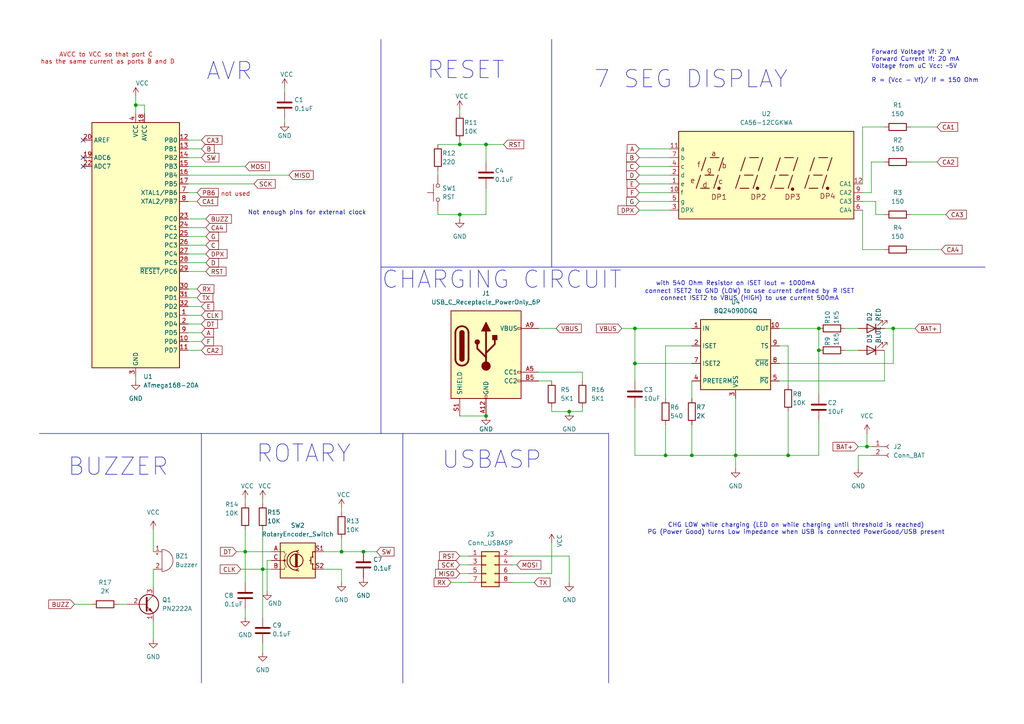
<source format=kicad_sch>
(kicad_sch (version 20250114) (generator "eeschema") (generator_version "9.0")
  (paper "A4")
  (title_block (title "Pizza clock") (date "2025-01-25") (rev "v3") (comment 4 "Author: Lucas Canete"))
  (lib_symbols
    (symbol "Battery_Management:BQ24090DGQ"
      (property "Reference" "U" (at -9.398 13.462 0))
      (property "Value" "BQ24090DGQ" (at -3.81 11.43 0))
      (symbol "BQ24090DGQ_1_1"
        (pin power_in line (at -12.7 7.62 0) (length 2.54) (name "IN") (number "1"))
        (pin passive line (at -12.7 2.54 0) (length 2.54) (name "ISET") (number "2"))
        (pin passive line (at -12.7 -2.54 0) (length 2.54) (name "ISET2") (number "7"))
        (pin passive line (at -12.7 -7.62 0) (length 2.54) (name "PRETERM") (number "4"))
        (pin passive line (at 0 -12.7 90) (length 2.54) (hide yes) (name "VSS") (number "11"))
        (pin power_in line (at 0 -12.7 90) (length 2.54) (name "VSS") (number "3"))
        (pin no_connect line (at 5.08 -10.16 90) (length 2.54) (hide yes) (name "NC") (number "6"))
        (pin power_out line (at 12.7 7.62 180) (length 2.54) (name "OUT") (number "10"))
        (pin passive line (at 12.7 2.54 180) (length 2.54) (name "TS") (number "9"))
        (pin open_collector line (at 12.7 -2.54 180) (length 2.54) (name "~{CHG}") (number "8"))
        (pin open_collector line (at 12.7 -7.62 180) (length 2.54) (name "~{PG}") (number "5"))
      )
    )
    (symbol "Connector:Conn_01x02_Socket" (pin_names (offset 1.016) (hide yes))
      (property "Reference" "J" (at 0 2.54 0))
      (property "Value" "Conn_01x02_Socket" (at 0 -5.08 0))
      (symbol "Conn_01x02_Socket_1_1"
        (pin passive line (at -5.08 0 0) (length 3.81) (name "Pin_1") (number "1"))
        (pin passive line (at -5.08 -2.54 0) (length 3.81) (name "Pin_2") (number "2"))
      )
    )
    (symbol "Connector:USB_C_Receptacle_PowerOnly_6P" (pin_names (offset 1.016))
      (property "Reference" "J" (at 0 16.51 0))
      (property "Value" "USB_C_Receptacle_PowerOnly_6P" (at 0 13.97 0))
      (symbol "USB_C_Receptacle_PowerOnly_6P_1_1"
        (pin passive line (at -7.62 -17.78 90) (length 5.08) (name "SHIELD") (number "S1"))
        (pin passive line (at 0 -17.78 90) (length 5.08) (name "GND") (number "A12"))
        (pin passive line (at 0 -17.78 90) (length 5.08) (hide yes) (name "GND") (number "B12"))
        (pin passive line (at 15.24 7.62 180) (length 5.08) (name "VBUS") (number "A9"))
        (pin passive line (at 15.24 7.62 180) (length 5.08) (hide yes) (name "VBUS") (number "B9"))
        (pin bidirectional line (at 15.24 -5.08 180) (length 5.08) (name "CC1") (number "A5"))
        (pin bidirectional line (at 15.24 -7.62 180) (length 5.08) (name "CC2") (number "B5"))
      )
    )
    (symbol "Connector_Generic:Conn_02x04_Odd_Even" (pin_names (offset 1.016) (hide yes))
      (property "Reference" "J" (at 1.27 5.08 0))
      (property "Value" "Conn_02x04_Odd_Even" (at 1.27 -7.62 0))
      (symbol "Conn_02x04_Odd_Even_1_1"
        (pin passive line (at -5.08 2.54 0) (length 3.81) (name "Pin_1") (number "1"))
        (pin passive line (at -5.08 0 0) (length 3.81) (name "Pin_3") (number "3"))
        (pin passive line (at -5.08 -2.54 0) (length 3.81) (name "Pin_5") (number "5"))
        (pin passive line (at -5.08 -5.08 0) (length 3.81) (name "Pin_7") (number "7"))
        (pin passive line (at 7.62 2.54 180) (length 3.81) (name "Pin_2") (number "2"))
        (pin passive line (at 7.62 0 180) (length 3.81) (name "Pin_4") (number "4"))
        (pin passive line (at 7.62 -2.54 180) (length 3.81) (name "Pin_6") (number "6"))
        (pin passive line (at 7.62 -5.08 180) (length 3.81) (name "Pin_8") (number "8"))
      )
    )
    (symbol "Device:Buzzer" (pin_names (offset 0.0254) (hide yes))
      (property "Reference" "BZ" (at 3.81 1.27 0))
      (property "Value" "Buzzer" (at 3.81 -1.27 0))
      (symbol "Buzzer_1_1"
        (pin passive line (at -2.54 2.54 0) (length 2.54) (name "-") (number "1"))
        (pin passive line (at -2.54 -2.54 0) (length 2.54) (name "+") (number "2"))
      )
    )
    (symbol "Device:C" (pin_numbers (hide yes)) (pin_names (offset 0.254))
      (property "Reference" "C" (at 0.635 2.54 0))
      (property "Value" "C" (at 0.635 -2.54 0))
      (symbol "C_1_1"
        (pin passive line (at 0 3.81 270) (length 2.794) (name "~") (number "1"))
        (pin passive line (at 0 -3.81 90) (length 2.794) (name "~") (number "2"))
      )
    )
    (symbol "Device:LED" (pin_numbers (hide yes)) (pin_names (offset 1.016) (hide yes))
      (property "Reference" "D" (at 0 2.54 0))
      (property "Value" "LED" (at 0 -2.54 0))
      (symbol "LED_1_1"
        (pin passive line (at -3.81 0 0) (length 2.54) (name "K") (number "1"))
        (pin passive line (at 3.81 0 180) (length 2.54) (name "A") (number "2"))
      )
    )
    (symbol "Device:R" (pin_numbers (hide yes)) (pin_names (offset 0))
      (property "Reference" "R" (at 2.032 0 90))
      (property "Value" "R" (at 0 0 90))
      (symbol "R_1_1"
        (pin passive line (at 0 3.81 270) (length 1.27) (name "~") (number "1"))
        (pin passive line (at 0 -3.81 90) (length 1.27) (name "~") (number "2"))
      )
    )
    (symbol "Device:RotaryEncoder_Switch" (pin_names (offset 0.254) (hide yes))
      (property "Reference" "SW" (at 0 6.604 0))
      (property "Value" "RotaryEncoder_Switch" (at 0 -6.604 0))
      (symbol "RotaryEncoder_Switch_1_1"
        (pin passive line (at -7.62 2.54 0) (length 2.54) (name "A") (number "A"))
        (pin passive line (at -7.62 0 0) (length 2.54) (name "C") (number "C"))
        (pin passive line (at -7.62 -2.54 0) (length 2.54) (name "B") (number "B"))
        (pin passive line (at 7.62 2.54 180) (length 2.54) (name "S1") (number "S1"))
        (pin passive line (at 7.62 -2.54 180) (length 2.54) (name "S2") (number "S2"))
      )
    )
    (symbol "Display_Character:CA56-12CGKWA"
      (property "Reference" "U" (at -24.13 13.97 0))
      (property "Value" "CA56-12CGKWA" (at 17.78 13.97 0))
      (symbol "CA56-12CGKWA_0_0"
        (text "e" (at -21.336 -1.524 0) (effects (font (size 1.524 1.524))))
        (text "f" (at -19.558 3.048 0) (effects (font (size 1.524 1.524))))
        (text "d" (at -17.78 -2.794 0) (effects (font (size 1.524 1.524))))
        (text "g" (at -16.51 1.524 0) (effects (font (size 1.524 1.524))))
        (text "a" (at -15.24 6.35 0) (effects (font (size 1.524 1.524))))
        (text "DP1" (at -13.716 -6.35 0) (effects (font (size 1.524 1.524))))
        (text "c" (at -13.208 -1.778 0) (effects (font (size 1.524 1.524))))
        (text "b" (at -12.192 2.794 0) (effects (font (size 1.524 1.524))))
        (text "DP2" (at -2.286 -6.35 0) (effects (font (size 1.524 1.524))))
        (text "DP3" (at 7.62 -6.35 0) (effects (font (size 1.524 1.524))))
        (text "DP4" (at 17.78 -6.096 0) (effects (font (size 1.524 1.524))))
      )
      (symbol "CA56-12CGKWA_1_1"
        (pin input line (at -27.94 7.62 0) (length 2.54) (name "a") (number "11"))
        (pin input line (at -27.94 5.08 0) (length 2.54) (name "b") (number "7"))
        (pin input line (at -27.94 2.54 0) (length 2.54) (name "c") (number "4"))
        (pin input line (at -27.94 0 0) (length 2.54) (name "d") (number "2"))
        (pin input line (at -27.94 -2.54 0) (length 2.54) (name "e") (number "1"))
        (pin input line (at -27.94 -5.08 0) (length 2.54) (name "f") (number "10"))
        (pin input line (at -27.94 -7.62 0) (length 2.54) (name "g") (number "5"))
        (pin input line (at -27.94 -10.16 0) (length 2.54) (name "DPX") (number "3"))
        (pin input line (at 27.94 -2.54 180) (length 2.54) (name "CA1") (number "12"))
        (pin input line (at 27.94 -5.08 180) (length 2.54) (name "CA2") (number "9"))
        (pin input line (at 27.94 -7.62 180) (length 2.54) (name "CA3") (number "8"))
        (pin input line (at 27.94 -10.16 180) (length 2.54) (name "CA4") (number "6"))
      )
    )
    (symbol "GND_1" (power) (pin_numbers (hide yes)) (pin_names (offset 0) (hide yes))
      (property "Value" "GND" (at 0 -3.81 0))
      (symbol "GND_1_1_1"
        (pin power_in line (at 0 0 270) (length 0) (name "~") (number "1"))
      )
    )
    (symbol "GND_2" (power) (pin_numbers (hide yes)) (pin_names (offset 0) (hide yes))
      (property "Value" "GND" (at 0 -3.81 0))
      (symbol "GND_2_1_1"
        (pin power_in line (at 0 0 270) (length 0) (name "~") (number "1"))
      )
    )
    (symbol "GND_3" (power) (pin_numbers (hide yes)) (pin_names (offset 0) (hide yes))
      (property "Value" "GND" (at 0 -3.81 0))
      (symbol "GND_3_1_1"
        (pin power_in line (at 0 0 270) (length 0) (name "~") (number "1"))
      )
    )
    (symbol "MCU_Microchip_ATmega:ATmega168-20A"
      (property "Reference" "U" (at -12.7 36.83 0))
      (property "Value" "ATmega168-20A" (at 2.54 -36.83 0))
      (symbol "ATmega168-20A_1_1"
        (pin passive line (at -15.24 30.48 0) (length 2.54) (name "AREF") (number "20"))
        (pin input line (at -15.24 25.4 0) (length 2.54) (name "ADC6") (number "19"))
        (pin input line (at -15.24 22.86 0) (length 2.54) (name "ADC7") (number "22"))
        (pin power_in line (at 0 38.1 270) (length 2.54) (name "VCC") (number "4"))
        (pin passive line (at 0 38.1 270) (length 2.54) (hide yes) (name "VCC") (number "6"))
        (pin passive line (at 0 -38.1 90) (length 2.54) (hide yes) (name "GND") (number "21"))
        (pin power_in line (at 0 -38.1 90) (length 2.54) (name "GND") (number "3"))
        (pin passive line (at 0 -38.1 90) (length 2.54) (hide yes) (name "GND") (number "5"))
        (pin power_in line (at 2.54 38.1 270) (length 2.54) (name "AVCC") (number "18"))
        (pin bidirectional line (at 15.24 30.48 180) (length 2.54) (name "PB0") (number "12"))
        (pin bidirectional line (at 15.24 27.94 180) (length 2.54) (name "PB1") (number "13"))
        (pin bidirectional line (at 15.24 25.4 180) (length 2.54) (name "PB2") (number "14"))
        (pin bidirectional line (at 15.24 22.86 180) (length 2.54) (name "PB3") (number "15"))
        (pin bidirectional line (at 15.24 20.32 180) (length 2.54) (name "PB4") (number "16"))
        (pin bidirectional line (at 15.24 17.78 180) (length 2.54) (name "PB5") (number "17"))
        (pin bidirectional line (at 15.24 15.24 180) (length 2.54) (name "XTAL1/PB6") (number "7"))
        (pin bidirectional line (at 15.24 12.7 180) (length 2.54) (name "XTAL2/PB7") (number "8"))
        (pin bidirectional line (at 15.24 7.62 180) (length 2.54) (name "PC0") (number "23"))
        (pin bidirectional line (at 15.24 5.08 180) (length 2.54) (name "PC1") (number "24"))
        (pin bidirectional line (at 15.24 2.54 180) (length 2.54) (name "PC2") (number "25"))
        (pin bidirectional line (at 15.24 0 180) (length 2.54) (name "PC3") (number "26"))
        (pin bidirectional line (at 15.24 -2.54 180) (length 2.54) (name "PC4") (number "27"))
        (pin bidirectional line (at 15.24 -5.08 180) (length 2.54) (name "PC5") (number "28"))
        (pin bidirectional line (at 15.24 -7.62 180) (length 2.54) (name "~{RESET}/PC6") (number "29"))
        (pin bidirectional line (at 15.24 -12.7 180) (length 2.54) (name "PD0") (number "30"))
        (pin bidirectional line (at 15.24 -15.24 180) (length 2.54) (name "PD1") (number "31"))
        (pin bidirectional line (at 15.24 -17.78 180) (length 2.54) (name "PD2") (number "32"))
        (pin bidirectional line (at 15.24 -20.32 180) (length 2.54) (name "PD3") (number "1"))
        (pin bidirectional line (at 15.24 -22.86 180) (length 2.54) (name "PD4") (number "2"))
        (pin bidirectional line (at 15.24 -25.4 180) (length 2.54) (name "PD5") (number "9"))
        (pin bidirectional line (at 15.24 -27.94 180) (length 2.54) (name "PD6") (number "10"))
        (pin bidirectional line (at 15.24 -30.48 180) (length 2.54) (name "PD7") (number "11"))
      )
    )
    (symbol "Switch:SW_Push" (pin_numbers (hide yes)) (pin_names (offset 1.016) (hide yes))
      (property "Reference" "SW" (at 1.27 2.54 0))
      (property "Value" "SW_Push" (at 0 -1.524 0))
      (symbol "SW_Push_0_1"
        (pin passive line (at -5.08 0 0) (length 2.54) (name "1") (number "1"))
        (pin passive line (at 5.08 0 180) (length 2.54) (name "2") (number "2"))
      )
    )
    (symbol "Transistor_BJT:PN2222A" (pin_names (offset 0) (hide yes))
      (property "Reference" "Q" (at 5.08 1.905 0))
      (property "Value" "PN2222A" (at 5.08 0 0))
      (symbol "PN2222A_1_1"
        (pin input line (at -5.08 0 0) (length 5.08) (name "B") (number "2"))
        (pin passive line (at 2.54 5.08 270) (length 2.54) (name "C") (number "3"))
        (pin passive line (at 2.54 -5.08 90) (length 2.54) (name "E") (number "1"))
      )
    )
    (symbol "VCC_1" (power) (pin_numbers (hide yes)) (pin_names (offset 0) (hide yes))
      (property "Value" "VCC" (at 0 3.556 0))
      (symbol "VCC_1_1_1"
        (pin power_in line (at 0 0 90) (length 0) (name "~") (number "1"))
      )
    )
    (symbol "power:GND" (power) (pin_names (offset 0))
      (property "Value" "GND" (at 0 -3.81 0))
      (symbol "GND_1_1"
        (pin power_in line (at 0 0 270) (length 0) (hide yes) (name "GND") (number "1"))
      )
    )
    (symbol "power:VCC" (power) (pin_names (offset 0))
      (property "Value" "VCC" (at 0 3.81 0))
      (symbol "VCC_1_1"
        (pin power_in line (at 0 0 90) (length 0) (hide yes) (name "VCC") (number "1"))
      )
    )
  )
  (text "7 SEG DISPLAY" (at 200.406 23.114 0) (effects (font (size 5 5))))
  (text "CHG LOW while charging (LED on while charging until threshold is reached)\nPG (Power Good) turns Low impedance when USB is connected PowerGood/USB present" (at 230.886 153.416 0) (effects (font (size 1.27 1.27))))
  (text "USBASP" (at 128.016 136.398 0) (effects (font (size 5 5)) (justify left bottom)))
  (text "not used" (at 68.326 56.388 0) (effects (font (size 1.27 1.27))))
  (text "AVCC to VCC so that port C \nhas the same current as ports B and D\n" (at 31.242 17.018 0) (effects (font (size 1.27 1.27))))
  (text "AVR\n\n" (at 59.69 31.75 0) (effects (font (size 5 5)) (justify left bottom)))
  (text "RESET" (at 123.698 23.368 0) (effects (font (size 5 5)) (justify left bottom)))
  (text "BUZZER" (at 49.022 138.43 0) (effects (font (size 5 5)) (justify right bottom)))
  (text "with 540 Ohm Resistor on ISET Iout = 1000mA\n\n" (at 213.36 83.312 0) (effects (font (size 1.27 1.27))))
  (text "Not enough pins for external clock\n" (at 71.882 62.484 0) (effects (font (size 1.27 1.27)) (justify left bottom)))
  (text "Forward Voltage Vf: 2 V\nForward Current If: 20 mA\nVoltage from uC Vcc: ~5V\n\nR = (Vcc - Vf)/ If = 150 Ohm" (at 252.73 24.13 0) (effects (font (size 1.27 1.27)) (justify left bottom)))
  (text "CHARGING CIRCUIT\n" (at 145.542 81.28 0) (effects (font (size 5 5))))
  (text "connect ISET2 to GND (LOW) to use current defined by R ISET\nconnect ISET2 to VBUS (HIGH) to use current 500mA\n\n" (at 217.424 86.614 0) (effects (font (size 1.27 1.27))))
  (text "ROTARY" (at 74.168 134.62 0) (effects (font (size 5 5)) (justify left bottom)))
  (junction (at 133.35 62.23))
  (junction (at 140.97 41.91))
  (junction (at 184.15 105.41))
  (junction (at 39.37 30.48))
  (junction (at 133.35 41.91))
  (junction (at 213.36 132.08))
  (junction (at 76.2 165.1))
  (junction (at 193.04 132.08))
  (junction (at 237.49 95.25))
  (junction (at 99.06 160.02))
  (junction (at 251.46 129.54))
  (junction (at 71.12 160.02))
  (junction (at 237.49 101.6))
  (junction (at 259.08 95.25))
  (junction (at 165.1 119.38))
  (junction (at 140.97 120.65))
  (junction (at 184.15 95.25))
  (junction (at 200.66 132.08))
  (junction (at 105.41 160.02))
  (junction (at 228.6 132.08))
  (no_connect (at 24.13 48.26))
  (no_connect (at 24.13 40.64))
  (no_connect (at 24.13 45.72))
  (polyline (pts (xy 160.02 11.43) (xy 160.02 77.47)))
  (wire (pts (xy 44.45 153.67) (xy 44.45 160.02)))
  (wire (pts (xy 226.06 95.25) (xy 237.49 95.25)))
  (polyline (pts (xy 176.53 125.73) (xy 176.53 198.12)))
  (wire (pts (xy 184.15 105.41) (xy 200.66 105.41)))
  (wire (pts (xy 252.73 55.88) (xy 252.73 46.99)))
  (wire (pts (xy 200.66 100.33) (xy 193.04 100.33)))
  (wire (pts (xy 256.54 101.6) (xy 256.54 110.49)))
  (wire (pts (xy 133.35 166.37) (xy 135.89 166.37)))
  (wire (pts (xy 99.06 147.32) (xy 99.06 148.59)))
  (wire (pts (xy 185.42 48.26) (xy 194.31 48.26)))
  (wire (pts (xy 39.37 27.94) (xy 39.37 30.48)))
  (wire (pts (xy 68.58 160.02) (xy 71.12 160.02)))
  (wire (pts (xy 54.61 91.44) (xy 58.42 91.44)))
  (wire (pts (xy 193.04 100.33) (xy 193.04 115.57)))
  (wire (pts (xy 254 58.42) (xy 254 62.23)))
  (wire (pts (xy 133.35 161.29) (xy 135.89 161.29)))
  (wire (pts (xy 77.47 162.56) (xy 78.74 162.56)))
  (polyline (pts (xy 116.84 125.73) (xy 116.84 198.12)))
  (wire (pts (xy 54.61 83.82) (xy 57.15 83.82)))
  (wire (pts (xy 226.06 100.33) (xy 228.6 100.33)))
  (wire (pts (xy 69.85 165.1) (xy 76.2 165.1)))
  (wire (pts (xy 148.59 161.29) (xy 165.1 161.29)))
  (wire (pts (xy 237.49 132.08) (xy 228.6 132.08)))
  (wire (pts (xy 254 62.23) (xy 256.54 62.23)))
  (wire (pts (xy 259.08 105.41) (xy 226.06 105.41)))
  (wire (pts (xy 133.35 62.23) (xy 133.35 63.5)))
  (wire (pts (xy 193.04 132.08) (xy 200.66 132.08)))
  (wire (pts (xy 133.35 163.83) (xy 135.89 163.83)))
  (wire (pts (xy 54.61 96.52) (xy 58.42 96.52)))
  (wire (pts (xy 77.47 171.45) (xy 77.47 162.56)))
  (wire (pts (xy 237.49 121.92) (xy 237.49 132.08)))
  (wire (pts (xy 127 60.96) (xy 127 62.23)))
  (wire (pts (xy 213.36 132.08) (xy 213.36 135.89)))
  (wire (pts (xy 54.61 93.98) (xy 58.42 93.98)))
  (wire (pts (xy 237.49 95.25) (xy 237.49 101.6)))
  (wire (pts (xy 250.19 58.42) (xy 254 58.42)))
  (wire (pts (xy 264.16 62.23) (xy 274.32 62.23)))
  (wire (pts (xy 41.91 30.48) (xy 39.37 30.48)))
  (wire (pts (xy 156.21 107.95) (xy 168.91 107.95)))
  (wire (pts (xy 148.59 166.37) (xy 160.02 166.37)))
  (wire (pts (xy 140.97 46.99) (xy 140.97 41.91)))
  (wire (pts (xy 184.15 95.25) (xy 184.15 105.41)))
  (wire (pts (xy 200.66 110.49) (xy 200.66 115.57)))
  (wire (pts (xy 99.06 160.02) (xy 99.06 156.21)))
  (wire (pts (xy 185.42 60.96) (xy 194.31 60.96)))
  (wire (pts (xy 250.19 55.88) (xy 252.73 55.88)))
  (wire (pts (xy 200.66 95.25) (xy 184.15 95.25)))
  (wire (pts (xy 250.19 60.96) (xy 250.19 72.39)))
  (wire (pts (xy 54.61 43.18) (xy 58.42 43.18)))
  (wire (pts (xy 130.81 168.91) (xy 135.89 168.91)))
  (wire (pts (xy 99.06 160.02) (xy 105.41 160.02)))
  (wire (pts (xy 54.61 63.5) (xy 59.69 63.5)))
  (wire (pts (xy 54.61 76.2) (xy 59.69 76.2)))
  (wire (pts (xy 133.35 62.23) (xy 127 62.23)))
  (wire (pts (xy 185.42 43.18) (xy 194.31 43.18)))
  (wire (pts (xy 71.12 153.67) (xy 71.12 160.02)))
  (wire (pts (xy 71.12 144.78) (xy 71.12 146.05)))
  (wire (pts (xy 165.1 119.38) (xy 168.91 119.38)))
  (wire (pts (xy 44.45 165.1) (xy 44.45 170.18)))
  (wire (pts (xy 76.2 165.1) (xy 78.74 165.1)))
  (polyline (pts (xy 110.49 125.73) (xy 176.53 125.73)))
  (wire (pts (xy 54.61 53.34) (xy 73.66 53.34)))
  (wire (pts (xy 156.21 95.25) (xy 161.29 95.25)))
  (wire (pts (xy 140.97 41.91) (xy 146.05 41.91)))
  (wire (pts (xy 54.61 88.9) (xy 58.42 88.9)))
  (wire (pts (xy 180.34 95.25) (xy 184.15 95.25)))
  (wire (pts (xy 250.19 72.39) (xy 256.54 72.39)))
  (wire (pts (xy 82.55 25.4) (xy 82.55 26.67)))
  (wire (pts (xy 250.19 53.34) (xy 250.19 36.83)))
  (wire (pts (xy 21.59 175.26) (xy 26.67 175.26)))
  (wire (pts (xy 54.61 66.04) (xy 59.69 66.04)))
  (wire (pts (xy 54.61 101.6) (xy 58.42 101.6)))
  (wire (pts (xy 184.15 132.08) (xy 193.04 132.08)))
  (wire (pts (xy 41.91 33.02) (xy 41.91 30.48)))
  (wire (pts (xy 127 41.91) (xy 133.35 41.91)))
  (wire (pts (xy 148.59 163.83) (xy 149.86 163.83)))
  (wire (pts (xy 54.61 73.66) (xy 59.69 73.66)))
  (wire (pts (xy 71.12 160.02) (xy 71.12 168.91)))
  (wire (pts (xy 133.35 120.65) (xy 140.97 120.65)))
  (wire (pts (xy 133.35 41.91) (xy 133.35 40.64)))
  (wire (pts (xy 226.06 110.49) (xy 256.54 110.49)))
  (wire (pts (xy 193.04 123.19) (xy 193.04 132.08)))
  (wire (pts (xy 93.98 165.1) (xy 99.06 165.1)))
  (wire (pts (xy 133.35 33.02) (xy 133.35 31.75)))
  (wire (pts (xy 76.2 186.69) (xy 76.2 189.23)))
  (wire (pts (xy 184.15 105.41) (xy 184.15 110.49)))
  (wire (pts (xy 184.15 118.11) (xy 184.15 132.08)))
  (wire (pts (xy 228.6 119.38) (xy 228.6 132.08)))
  (wire (pts (xy 93.98 160.02) (xy 99.06 160.02)))
  (wire (pts (xy 228.6 100.33) (xy 228.6 111.76)))
  (wire (pts (xy 160.02 118.11) (xy 160.02 119.38)))
  (wire (pts (xy 245.11 95.25) (xy 248.92 95.25)))
  (wire (pts (xy 248.92 129.54) (xy 251.46 129.54)))
  (wire (pts (xy 54.61 58.42) (xy 57.15 58.42)))
  (wire (pts (xy 99.06 165.1) (xy 99.06 168.91)))
  (wire (pts (xy 245.11 101.6) (xy 248.92 101.6)))
  (wire (pts (xy 127 49.53) (xy 127 50.8)))
  (wire (pts (xy 251.46 125.73) (xy 251.46 129.54)))
  (wire (pts (xy 54.61 48.26) (xy 71.12 48.26)))
  (wire (pts (xy 54.61 50.8) (xy 83.82 50.8)))
  (wire (pts (xy 156.21 110.49) (xy 160.02 110.49)))
  (wire (pts (xy 140.97 54.61) (xy 140.97 62.23)))
  (wire (pts (xy 200.66 123.19) (xy 200.66 132.08)))
  (wire (pts (xy 237.49 101.6) (xy 237.49 114.3)))
  (wire (pts (xy 76.2 144.78) (xy 76.2 146.05)))
  (wire (pts (xy 71.12 160.02) (xy 78.74 160.02)))
  (wire (pts (xy 185.42 53.34) (xy 194.31 53.34)))
  (wire (pts (xy 264.16 46.99) (xy 271.78 46.99)))
  (wire (pts (xy 259.08 95.25) (xy 256.54 95.25)))
  (wire (pts (xy 160.02 166.37) (xy 160.02 157.48)))
  (wire (pts (xy 54.61 71.12) (xy 59.69 71.12)))
  (wire (pts (xy 250.19 36.83) (xy 256.54 36.83)))
  (wire (pts (xy 251.46 129.54) (xy 252.73 129.54)))
  (wire (pts (xy 185.42 50.8) (xy 194.31 50.8)))
  (wire (pts (xy 34.29 175.26) (xy 36.83 175.26)))
  (wire (pts (xy 54.61 99.06) (xy 58.42 99.06)))
  (wire (pts (xy 200.66 132.08) (xy 213.36 132.08)))
  (wire (pts (xy 82.55 34.29) (xy 82.55 35.56)))
  (wire (pts (xy 252.73 46.99) (xy 256.54 46.99)))
  (wire (pts (xy 54.61 40.64) (xy 58.42 40.64)))
  (wire (pts (xy 54.61 55.88) (xy 57.15 55.88)))
  (wire (pts (xy 71.12 176.53) (xy 71.12 179.07)))
  (wire (pts (xy 54.61 45.72) (xy 58.42 45.72)))
  (wire (pts (xy 54.61 78.74) (xy 59.69 78.74)))
  (wire (pts (xy 168.91 107.95) (xy 168.91 110.49)))
  (wire (pts (xy 39.37 30.48) (xy 39.37 33.02)))
  (wire (pts (xy 264.16 72.39) (xy 273.05 72.39)))
  (wire (pts (xy 148.59 168.91) (xy 154.94 168.91)))
  (wire (pts (xy 165.1 161.29) (xy 165.1 168.91)))
  (wire (pts (xy 160.02 119.38) (xy 165.1 119.38)))
  (wire (pts (xy 39.37 109.22) (xy 39.37 110.49)))
  (wire (pts (xy 140.97 41.91) (xy 133.35 41.91)))
  (wire (pts (xy 259.08 95.25) (xy 265.43 95.25)))
  (wire (pts (xy 54.61 86.36) (xy 57.15 86.36)))
  (wire (pts (xy 76.2 165.1) (xy 76.2 179.07)))
  (polyline (pts (xy 11.43 125.73) (xy 110.49 125.73)))
  (wire (pts (xy 105.41 160.02) (xy 109.22 160.02)))
  (polyline (pts (xy 58.42 125.73) (xy 58.42 198.12)))
  (wire (pts (xy 252.73 132.08) (xy 248.92 132.08)))
  (wire (pts (xy 185.42 55.88) (xy 194.31 55.88)))
  (wire (pts (xy 168.91 118.11) (xy 168.91 119.38)))
  (polyline (pts (xy 110.49 11.43) (xy 110.49 125.73)))
  (wire (pts (xy 259.08 95.25) (xy 259.08 105.41)))
  (wire (pts (xy 185.42 58.42) (xy 194.31 58.42)))
  (wire (pts (xy 264.16 36.83) (xy 271.78 36.83)))
  (wire (pts (xy 213.36 115.57) (xy 213.36 132.08)))
  (wire (pts (xy 185.42 45.72) (xy 194.31 45.72)))
  (wire (pts (xy 44.45 180.34) (xy 44.45 185.42)))
  (polyline (pts (xy 110.49 77.47) (xy 285.75 77.47)))
  (wire (pts (xy 54.61 68.58) (xy 59.69 68.58)))
  (wire (pts (xy 76.2 153.67) (xy 76.2 165.1)))
  (wire (pts (xy 140.97 62.23) (xy 133.35 62.23)))
  (wire (pts (xy 228.6 132.08) (xy 213.36 132.08)))
  (wire (pts (xy 248.92 132.08) (xy 248.92 135.89)))
  (global_label "D" (shape input) (at 185.42 50.8 180) (property "Intersheetrefs" "${INTERSHEET_REFS}" (effects (hide yes))))
  (global_label "CA4" (shape input) (at 273.05 72.39 0) (property "Intersheetrefs" "${INTERSHEET_REFS}" (effects (hide yes))))
  (global_label "CLK" (shape input) (at 58.42 91.44 0) (property "Intersheetrefs" "${INTERSHEET_REFS}" (effects (hide yes))))
  (global_label "F" (shape input) (at 185.42 55.88 180) (property "Intersheetrefs" "${INTERSHEET_REFS}" (effects (hide yes))))
  (global_label "CA2" (shape input) (at 58.42 101.6 0) (property "Intersheetrefs" "${INTERSHEET_REFS}" (effects (hide yes))))
  (global_label "B" (shape input) (at 185.42 45.72 180) (property "Intersheetrefs" "${INTERSHEET_REFS}" (effects (hide yes))))
  (global_label "CLK" (shape input) (at 69.85 165.1 180) (property "Intersheetrefs" "${INTERSHEET_REFS}" (effects (hide yes))))
  (global_label "SCK" (shape input) (at 73.66 53.34 0) (property "Intersheetrefs" "${INTERSHEET_REFS}" (effects (hide yes))))
  (global_label "RST" (shape input) (at 59.69 78.74 0) (property "Intersheetrefs" "${INTERSHEET_REFS}" (effects (hide yes))))
  (global_label "RST" (shape input) (at 146.05 41.91 0) (property "Intersheetrefs" "${INTERSHEET_REFS}" (effects (hide yes))))
  (global_label "C" (shape input) (at 185.42 48.26 180) (property "Intersheetrefs" "${INTERSHEET_REFS}" (effects (hide yes))))
  (global_label "TX" (shape input) (at 154.94 168.91 0) (property "Intersheetrefs" "${INTERSHEET_REFS}" (effects (hide yes))))
  (global_label "SW" (shape input) (at 109.22 160.02 0) (property "Intersheetrefs" "${INTERSHEET_REFS}" (effects (hide yes))))
  (global_label "C" (shape input) (at 59.69 71.12 0) (property "Intersheetrefs" "${INTERSHEET_REFS}" (effects (hide yes))))
  (global_label "F" (shape input) (at 58.42 99.06 0) (property "Intersheetrefs" "${INTERSHEET_REFS}" (effects (hide yes))))
  (global_label "D" (shape input) (at 59.69 76.2 0) (property "Intersheetrefs" "${INTERSHEET_REFS}" (effects (hide yes))))
  (global_label "SW" (shape input) (at 58.42 45.72 0) (property "Intersheetrefs" "${INTERSHEET_REFS}" (effects (hide yes))))
  (global_label "RX" (shape input) (at 130.81 168.91 180) (property "Intersheetrefs" "${INTERSHEET_REFS}" (effects (hide yes))))
  (global_label "A" (shape input) (at 58.42 96.52 0) (property "Intersheetrefs" "${INTERSHEET_REFS}" (effects (hide yes))))
  (global_label "CA2" (shape input) (at 271.78 46.99 0) (property "Intersheetrefs" "${INTERSHEET_REFS}" (effects (hide yes))))
  (global_label "G" (shape input) (at 59.69 68.58 0) (property "Intersheetrefs" "${INTERSHEET_REFS}" (effects (hide yes))))
  (global_label "VBUS" (shape input) (at 180.34 95.25 180) (property "Intersheetrefs" "${INTERSHEET_REFS}" (effects (hide yes))))
  (global_label "A" (shape input) (at 185.42 43.18 180) (property "Intersheetrefs" "${INTERSHEET_REFS}" (effects (hide yes))))
  (global_label "DT" (shape input) (at 58.42 93.98 0) (property "Intersheetrefs" "${INTERSHEET_REFS}" (effects (hide yes))))
  (global_label "MOSI" (shape input) (at 71.12 48.26 0) (property "Intersheetrefs" "${INTERSHEET_REFS}" (effects (hide yes))))
  (global_label "RST" (shape input) (at 133.35 161.29 180) (property "Intersheetrefs" "${INTERSHEET_REFS}" (effects (hide yes))))
  (global_label "DPX" (shape input) (at 185.42 60.96 180) (property "Intersheetrefs" "${INTERSHEET_REFS}" (effects (hide yes))))
  (global_label "CA4" (shape input) (at 59.69 66.04 0) (property "Intersheetrefs" "${INTERSHEET_REFS}" (effects (hide yes))))
  (global_label "VBUS" (shape input) (at 161.29 95.25 0) (property "Intersheetrefs" "${INTERSHEET_REFS}" (effects (hide yes))))
  (global_label "DT" (shape input) (at 68.58 160.02 180) (property "Intersheetrefs" "${INTERSHEET_REFS}" (effects (hide yes))))
  (global_label "RX" (shape input) (at 57.15 83.82 0) (property "Intersheetrefs" "${INTERSHEET_REFS}" (effects (hide yes))))
  (global_label "CA1" (shape input) (at 57.15 58.42 0) (property "Intersheetrefs" "${INTERSHEET_REFS}" (effects (hide yes))))
  (global_label "PB6" (shape input) (at 57.15 55.88 0) (property "Intersheetrefs" "${INTERSHEET_REFS}" (effects (hide yes))))
  (global_label "BUZZ" (shape input) (at 21.59 175.26 180) (property "Intersheetrefs" "${INTERSHEET_REFS}" (effects (hide yes))))
  (global_label "BAT+" (shape input) (at 248.92 129.54 180) (property "Intersheetrefs" "${INTERSHEET_REFS}" (effects (hide yes))))
  (global_label "CA1" (shape input) (at 271.78 36.83 0) (property "Intersheetrefs" "${INTERSHEET_REFS}" (effects (hide yes))))
  (global_label "BAT+" (shape input) (at 265.43 95.25 0) (property "Intersheetrefs" "${INTERSHEET_REFS}" (effects (hide yes))))
  (global_label "E" (shape input) (at 58.42 88.9 0) (property "Intersheetrefs" "${INTERSHEET_REFS}" (effects (hide yes))))
  (global_label "DPX" (shape input) (at 59.69 73.66 0) (property "Intersheetrefs" "${INTERSHEET_REFS}" (effects (hide yes))))
  (global_label "MISO" (shape input) (at 133.35 166.37 180) (property "Intersheetrefs" "${INTERSHEET_REFS}" (effects (hide yes))))
  (global_label "G" (shape input) (at 185.42 58.42 180) (property "Intersheetrefs" "${INTERSHEET_REFS}" (effects (hide yes))))
  (global_label "SCK" (shape input) (at 133.35 163.83 180) (property "Intersheetrefs" "${INTERSHEET_REFS}" (effects (hide yes))))
  (global_label "MISO" (shape input) (at 83.82 50.8 0) (property "Intersheetrefs" "${INTERSHEET_REFS}" (effects (hide yes))))
  (global_label "CA3" (shape input) (at 58.42 40.64 0) (property "Intersheetrefs" "${INTERSHEET_REFS}" (effects (hide yes))))
  (global_label "TX" (shape input) (at 57.15 86.36 0) (property "Intersheetrefs" "${INTERSHEET_REFS}" (effects (hide yes))))
  (global_label "MOSI" (shape input) (at 149.86 163.83 0) (property "Intersheetrefs" "${INTERSHEET_REFS}" (effects (hide yes))))
  (global_label "E" (shape input) (at 185.42 53.34 180) (property "Intersheetrefs" "${INTERSHEET_REFS}" (effects (hide yes))))
  (global_label "BUZZ" (shape input) (at 59.69 63.5 0) (property "Intersheetrefs" "${INTERSHEET_REFS}" (effects (hide yes))))
  (global_label "B" (shape input) (at 58.42 43.18 0) (property "Intersheetrefs" "${INTERSHEET_REFS}" (effects (hide yes))))
  (global_label "CA3" (shape input) (at 274.32 62.23 0) (property "Intersheetrefs" "${INTERSHEET_REFS}" (effects (hide yes))))
  (symbol (lib_id "Connector:Conn_01x02_Socket") (at 257.81 129.54 0) (unit 1)
    (property "Reference" "J2" (at 259.08 129.5399 0) (effects (justify left)))
    (property "Value" "Conn_BAT" (at 259.08 132.0799 0) (effects (justify left)))
    (property "Footprint" "Connector_JST:JST_GH_SM02B-GHS-TB_1x02-1MP_P1.25mm_Horizontal" (effects (hide yes)))
    (property "Description" "Generic connector, single row, 01x02, script generated" (effects (hide yes)))
  )
  (symbol (lib_id "Device:LED") (at 252.73 101.6 180) (unit 1)
    (property "Reference" "D3" (at 252.222 99.568 90) (effects (justify right)))
    (property "Value" "BLUE" (at 254.762 99.568 90) (effects (justify right)))
    (property "Footprint" "LED_SMD:LED_0805_2012Metric" (effects (hide yes)))
    (property "Description" "Light emitting diode" (effects (hide yes)))
  )
  (symbol (lib_id "Device:R") (at 127 45.72 180) (unit 1)
    (property "Reference" "R12" (at 128.27 44.45 0) (effects (justify right)))
    (property "Value" "220" (at 128.27 46.99 0) (effects (justify right)))
    (property "Footprint" "Resistor_SMD:R_1206_3216Metric_Pad1.30x1.75mm_HandSolder" (effects (hide yes)))
  )
  (symbol (lib_id "Device:R") (at 30.48 175.26 90) (unit 1)
    (property "Reference" "R17" (at 30.48 168.91 90))
    (property "Value" "2K" (at 30.48 171.45 90))
    (property "Footprint" "Resistor_SMD:R_1206_3216Metric_Pad1.30x1.75mm_HandSolder" (effects (hide yes)))
    (property "Description" "Resistor" (effects (hide yes)))
  )
  (symbol (lib_id "Device:LED") (at 252.73 95.25 180) (unit 1)
    (property "Reference" "D2" (at 252.222 93.218 90) (effects (justify right)))
    (property "Value" "RED" (at 254.762 93.218 90) (effects (justify right)))
    (property "Footprint" "LED_SMD:LED_0805_2012Metric" (effects (hide yes)))
    (property "Description" "Light emitting diode" (effects (hide yes)))
  )
  (symbol (lib_id "Device:R") (at 193.04 119.38 0) (unit 1)
    (property "Reference" "R6" (at 194.31 118.11 0) (effects (justify left)))
    (property "Value" "540" (at 194.31 120.65 0) (effects (justify left)))
    (property "Footprint" "Resistor_SMD:R_1206_3216Metric_Pad1.30x1.75mm_HandSolder" (effects (hide yes)))
    (property "Description" "Resistor" (effects (hide yes)))
  )
  (symbol (lib_id "Device:R") (at 71.12 149.86 180) (unit 1)
    (property "Reference" "R14" (at 65.278 146.304 0) (effects (justify right)))
    (property "Value" "10K" (at 65.278 148.844 0) (effects (justify right)))
    (property "Footprint" "Resistor_SMD:R_1206_3216Metric_Pad1.30x1.75mm_HandSolder" (effects (hide yes)))
  )
  (symbol (lib_id "Device:C") (at 71.12 172.72 0) (unit 1)
    (property "Reference" "C8" (at 65.024 172.72 0) (effects (justify left)))
    (property "Value" "0.1uF" (at 65.024 175.26 0) (effects (justify left)))
    (property "Footprint" "Capacitor_SMD:C_1206_3216Metric_Pad1.33x1.80mm_HandSolder" (effects (hide yes)))
    (property "Description" "Unpolarized capacitor" (effects (hide yes)))
  )
  (symbol (lib_id "power:GND") (at 44.45 185.42 0) (unit 1)
    (property "Reference" "#PWR0104" (effects (hide yes)))
    (property "Value" "GND" (at 44.45 190.5 0))
  )
  (symbol (lib_id "power:GND") (at 77.47 171.45 0) (unit 1)
    (property "Reference" "#PWR0107" (effects (hide yes)))
    (property "Value" "GND" (at 79.756 175.006 0))
  )
  (symbol (lib_id "power:GND") (at 76.2 189.23 0) (unit 1)
    (property "Reference" "#PWR0108" (effects (hide yes)))
    (property "Value" "GND" (at 76.2 194.31 0))
  )
  (symbol (lib_id "Device:R") (at 260.35 36.83 90) (unit 1)
    (property "Reference" "R1" (at 260.35 30.48 90))
    (property "Value" "150" (at 260.35 33.02 90))
    (property "Footprint" "Resistor_SMD:R_1206_3216Metric_Pad1.30x1.75mm_HandSolder" (effects (hide yes)))
  )
  (symbol (lib_id "Device:C") (at 184.15 114.3 0) (unit 1)
    (property "Reference" "C3" (at 186.69 113.03 0) (effects (justify left)))
    (property "Value" "10uF" (at 186.69 115.57 0) (effects (justify left)))
    (property "Footprint" "Capacitor_SMD:C_1206_3216Metric_Pad1.33x1.80mm_HandSolder" (effects (hide yes)))
    (property "Description" "Unpolarized capacitor" (effects (hide yes)))
  )
  (symbol (lib_id "power:GND") (at 99.06 168.91 0) (unit 1)
    (property "Reference" "#PWR0105" (effects (hide yes)))
    (property "Value" "GND" (at 99.06 173.99 0))
  )
  (symbol (lib_name "VCC_1") (lib_id "power:VCC") (at 251.46 125.73 0) (unit 1)
    (property "Reference" "#PWR08" (effects (hide yes)))
    (property "Value" "VCC" (at 251.46 120.65 0))
    (property "Description" "Power symbol creates a global label with name \"VCC\"" (effects (hide yes)))
  )
  (symbol (lib_id "power:VCC") (at 82.55 25.4 0) (unit 1)
    (property "Reference" "#PWR05" (effects (hide yes)))
    (property "Value" "VCC" (at 85.09 21.59 0) (effects (justify right)))
  )
  (symbol (lib_id "Device:R") (at 160.02 114.3 0) (unit 1)
    (property "Reference" "R5" (at 162.56 113.0299 0) (effects (justify left)))
    (property "Value" "5K1" (at 162.56 115.5699 0) (effects (justify left)))
    (property "Footprint" "Resistor_SMD:R_1206_3216Metric_Pad1.30x1.75mm_HandSolder" (effects (hide yes)))
    (property "Description" "Resistor" (effects (hide yes)))
  )
  (symbol (lib_name "GND_3") (lib_id "power:GND") (at 248.92 135.89 0) (unit 1)
    (property "Reference" "#PWR07" (effects (hide yes)))
    (property "Value" "GND" (at 248.92 140.97 0))
    (property "Description" "Power symbol creates a global label with name \"GND\" , ground" (effects (hide yes)))
  )
  (symbol (lib_id "Device:R") (at 99.06 152.4 180) (unit 1)
    (property "Reference" "R13" (at 100.33 151.13 0) (effects (justify right)))
    (property "Value" "10K" (at 100.33 153.67 0) (effects (justify right)))
    (property "Footprint" "Resistor_SMD:R_1206_3216Metric_Pad1.30x1.75mm_HandSolder" (effects (hide yes)))
  )
  (symbol (lib_id "Device:R") (at 241.3 101.6 90) (unit 1)
    (property "Reference" "R9" (at 240.03 100.33 0) (effects (justify left)))
    (property "Value" "1K5" (at 242.57 100.33 0) (effects (justify left)))
    (property "Footprint" "Resistor_SMD:R_1206_3216Metric_Pad1.30x1.75mm_HandSolder" (effects (hide yes)))
    (property "Description" "Resistor" (effects (hide yes)))
  )
  (symbol (lib_id "power:VCC") (at 76.2 144.78 0) (unit 1)
    (property "Reference" "#PWR019" (effects (hide yes)))
    (property "Value" "VCC" (at 78.74 140.97 0) (effects (justify right)))
  )
  (symbol (lib_name "GND_1") (lib_id "power:GND") (at 140.97 120.65 0) (unit 1)
    (property "Reference" "#PWR03" (effects (hide yes)))
    (property "Value" "GND" (at 140.97 124.46 0))
    (property "Description" "Power symbol creates a global label with name \"GND\" , ground" (effects (hide yes)))
  )
  (symbol (lib_id "power:VCC") (at 133.35 31.75 0) (unit 1)
    (property "Reference" "#PWR014" (effects (hide yes)))
    (property "Value" "VCC" (at 135.89 27.94 0) (effects (justify right)))
  )
  (symbol (lib_id "Device:R") (at 228.6 115.57 0) (unit 1)
    (property "Reference" "R8" (at 229.87 114.3 0) (effects (justify left)))
    (property "Value" "10K" (at 229.87 116.84 0) (effects (justify left)))
    (property "Footprint" "Resistor_SMD:R_1206_3216Metric_Pad1.30x1.75mm_HandSolder" (effects (hide yes)))
    (property "Description" "Resistor" (effects (hide yes)))
  )
  (symbol (lib_name "GND_2") (lib_id "power:GND") (at 213.36 135.89 0) (unit 1)
    (property "Reference" "#PWR04" (effects (hide yes)))
    (property "Value" "GND" (at 213.36 140.97 0))
    (property "Description" "Power symbol creates a global label with name \"GND\" , ground" (effects (hide yes)))
  )
  (symbol (lib_id "power:GND") (at 71.12 179.07 0) (unit 1)
    (property "Reference" "#PWR0109" (effects (hide yes)))
    (property "Value" "GND" (at 71.12 184.15 0))
  )
  (symbol (lib_id "Display_Character:CA56-12CGKWA") (at 222.25 50.8 0) (unit 1)
    (property "Reference" "U2" (at 222.25 33.02 0))
    (property "Value" "CA56-12CGKWA" (at 222.25 35.56 0))
    (property "Footprint" "Display_7Segment:CA56-12CGKWA" (effects (hide yes)))
    (property "Datasheet" "http://www.kingbright.com/attachments/file/psearch/000/00/00/CA56-12CGKWA(Ver.9A).pdf" (effects (hide yes)))
  )
  (symbol (lib_id "Device:RotaryEncoder_Switch") (at 86.36 162.56 0) (unit 1)
    (property "Reference" "SW2" (at 86.36 152.4 0))
    (property "Value" "RotaryEncoder_Switch" (at 86.36 154.94 0))
    (property "Footprint" "Rotary_Encoder:RotaryEncoder_Alps_EC11E-Switch_Vertical_H20mm" (effects (hide yes)))
    (property "Description" "Rotary encoder, dual channel, incremental quadrate outputs, with switch" (effects (hide yes)))
  )
  (symbol (lib_id "Device:C") (at 105.41 163.83 0) (unit 1)
    (property "Reference" "C7" (at 108.204 162.306 0) (effects (justify left)))
    (property "Value" "0.1uF" (at 108.204 164.846 0) (effects (justify left)))
    (property "Footprint" "Capacitor_SMD:C_1206_3216Metric_Pad1.33x1.80mm_HandSolder" (effects (hide yes)))
    (property "Description" "Unpolarized capacitor" (effects (hide yes)))
  )
  (symbol (lib_id "power:VCC") (at 99.06 147.32 0) (unit 1)
    (property "Reference" "#PWR017" (effects (hide yes)))
    (property "Value" "VCC" (at 101.6 143.51 0) (effects (justify right)))
  )
  (symbol (lib_id "Device:C") (at 140.97 50.8 0) (unit 1)
    (property "Reference" "C4" (at 143.51 49.53 0) (effects (justify left)))
    (property "Value" "0.1uF" (at 143.51 52.07 0) (effects (justify left)))
    (property "Footprint" "Capacitor_SMD:C_1206_3216Metric_Pad1.33x1.80mm_HandSolder" (effects (hide yes)))
    (property "Description" "Unpolarized capacitor" (effects (hide yes)))
  )
  (symbol (lib_id "MCU_Microchip_ATmega:ATmega168-20A") (at 39.37 71.12 0) (unit 1)
    (property "Reference" "U1" (at 41.5641 109.22 0) (effects (justify left)))
    (property "Value" "ATmega168-20A" (at 41.5641 111.76 0) (effects (justify left)))
    (property "Footprint" "Package_QFP:TQFP-32_7x7mm_P0.8mm" (effects (hide yes)))
    (property "Datasheet" "http://ww1.microchip.com/downloads/en/DeviceDoc/Atmel-2545-8-bit-AVR-Microcontroller-ATmega48-88-168_Datasheet.pdf" (effects (hide yes)))
    (property "Description" "20MHz, 16kB Flash, 1kB SRAM, 512B EEPROM, TQFP-32" (effects (hide yes)))
  )
  (symbol (lib_id "Connector:USB_C_Receptacle_PowerOnly_6P") (at 140.97 102.87 0) (unit 1)
    (property "Reference" "J1" (at 140.97 85.09 0))
    (property "Value" "USB_C_Receptacle_PowerOnly_6P" (at 140.97 87.63 0))
    (property "Footprint" "Connector_USB:USB_C_Receptacle_GCT_USB4135-GF-A_6P_TopMnt_Horizontal" (effects (hide yes)))
    (property "Datasheet" "https://www.usb.org/sites/default/files/documents/usb_type-c.zip" (effects (hide yes)))
    (property "Description" "USB Power-Only 6P Type-C Receptacle connector" (effects (hide yes)))
  )
  (symbol (lib_id "Device:C") (at 82.55 30.48 0) (unit 1)
    (property "Reference" "C1" (at 85.344 28.956 0) (effects (justify left)))
    (property "Value" "0.1uF" (at 85.344 31.496 0) (effects (justify left)))
    (property "Footprint" "Capacitor_SMD:C_1206_3216Metric_Pad1.33x1.80mm_HandSolder" (effects (hide yes)))
    (property "Description" "Unpolarized capacitor" (effects (hide yes)))
  )
  (symbol (lib_id "power:VCC") (at 44.45 153.67 0) (unit 1)
    (property "Reference" "#PWR0103" (effects (hide yes)))
    (property "Value" "VCC" (at 44.45 148.59 0))
  )
  (symbol (lib_id "power:GND") (at 82.55 35.56 0) (unit 1)
    (property "Reference" "#PWR06" (effects (hide yes)))
    (property "Value" "GND" (at 82.55 39.37 0))
  )
  (symbol (lib_id "power:VCC") (at 39.37 27.94 0) (unit 1)
    (property "Reference" "#PWR011" (effects (hide yes)))
    (property "Value" "VCC" (at 43.18 24.13 0) (effects (justify right)))
  )
  (symbol (lib_id "Device:R") (at 260.35 72.39 90) (unit 1)
    (property "Reference" "R4" (at 260.35 66.04 90))
    (property "Value" "150" (at 260.35 68.58 90))
    (property "Footprint" "Resistor_SMD:R_1206_3216Metric_Pad1.30x1.75mm_HandSolder" (effects (hide yes)))
  )
  (symbol (lib_id "Device:R") (at 241.3 95.25 90) (unit 1)
    (property "Reference" "R10" (at 240.03 93.98 0) (effects (justify left)))
    (property "Value" "1K5" (at 242.57 93.98 0) (effects (justify left)))
    (property "Footprint" "Resistor_SMD:R_1206_3216Metric_Pad1.30x1.75mm_HandSolder" (effects (hide yes)))
    (property "Description" "Resistor" (effects (hide yes)))
  )
  (symbol (lib_id "Device:R") (at 168.91 114.3 0) (unit 1)
    (property "Reference" "R16" (at 171.45 113.0299 0) (effects (justify left)))
    (property "Value" "5K1" (at 171.45 115.5699 0) (effects (justify left)))
    (property "Footprint" "Resistor_SMD:R_1206_3216Metric_Pad1.30x1.75mm_HandSolder" (effects (hide yes)))
    (property "Description" "Resistor" (effects (hide yes)))
  )
  (symbol (lib_id "Device:Buzzer") (at 46.99 162.56 0) (unit 1)
    (property "Reference" "BZ1" (at 50.8 161.2899 0) (effects (justify left)))
    (property "Value" "Buzzer" (at 50.8 163.8299 0) (effects (justify left)))
    (property "Footprint" "Buzzer_Beeper:Buzzer_12x9.5RM7.6" (effects (hide yes)))
  )
  (symbol (lib_id "Device:C") (at 76.2 182.88 0) (unit 1)
    (property "Reference" "C9" (at 78.994 181.356 0) (effects (justify left)))
    (property "Value" "0.1uF" (at 78.994 183.896 0) (effects (justify left)))
    (property "Footprint" "Capacitor_SMD:C_1206_3216Metric_Pad1.33x1.80mm_HandSolder" (effects (hide yes)))
    (property "Description" "Unpolarized capacitor" (effects (hide yes)))
  )
  (symbol (lib_name "GND_2") (lib_id "power:GND") (at 165.1 119.38 0) (unit 1)
    (property "Reference" "#PWR09" (effects (hide yes)))
    (property "Value" "GND" (at 165.1 124.46 0))
    (property "Description" "Power symbol creates a global label with name \"GND\" , ground" (effects (hide yes)))
  )
  (symbol (lib_id "power:GND") (at 165.1 168.91 0) (unit 1)
    (property "Reference" "#PWR01" (effects (hide yes)))
    (property "Value" "GND" (at 165.1 173.99 0))
  )
  (symbol (lib_id "power:GND") (at 105.41 167.64 0) (unit 1)
    (property "Reference" "#PWR0106" (effects (hide yes)))
    (property "Value" "GND" (at 105.41 172.72 0))
  )
  (symbol (lib_id "Device:R") (at 260.35 46.99 90) (unit 1)
    (property "Reference" "R2" (at 260.35 40.64 90))
    (property "Value" "150" (at 260.35 43.18 90))
    (property "Footprint" "Resistor_SMD:R_1206_3216Metric_Pad1.30x1.75mm_HandSolder" (effects (hide yes)))
  )
  (symbol (lib_id "Connector_Generic:Conn_02x04_Odd_Even") (at 140.97 163.83 0) (unit 1)
    (property "Reference" "J3" (at 142.24 154.94 0))
    (property "Value" "Conn_USBASP" (at 142.24 157.48 0))
    (property "Footprint" "Connector_PinSocket_2.54mm:PinSocket_2x04_P2.54mm_Vertical" (effects (hide yes)))
    (property "Description" "Generic connector, double row, 02x04, odd/even pin numbering scheme (row 1 odd numbers, row 2 even numbers), script generated (kicad-library-utils/schlib/autogen/connector/)" (effects (hide yes)))
  )
  (symbol (lib_id "Transistor_BJT:PN2222A") (at 41.91 175.26 0) (unit 1)
    (property "Reference" "Q1" (at 46.99 173.9899 0) (effects (justify left)))
    (property "Value" "PN2222A" (at 46.99 176.5299 0) (effects (justify left)))
    (property "Footprint" "Package_TO_SOT_THT:TO-92_Inline" (effects (hide yes)))
    (property "Datasheet" "https://www.onsemi.com/pub/Collateral/PN2222-D.PDF" (effects (hide yes)))
  )
  (symbol (lib_id "Device:R") (at 200.66 119.38 0) (unit 1)
    (property "Reference" "R7" (at 201.93 118.11 0) (effects (justify left)))
    (property "Value" "2K" (at 201.93 120.65 0) (effects (justify left)))
    (property "Footprint" "Resistor_SMD:R_1206_3216Metric_Pad1.30x1.75mm_HandSolder" (effects (hide yes)))
    (property "Description" "Resistor" (effects (hide yes)))
  )
  (symbol (lib_id "Device:R") (at 260.35 62.23 90) (unit 1)
    (property "Reference" "R3" (at 260.35 55.88 90))
    (property "Value" "150" (at 260.35 58.42 90))
    (property "Footprint" "Resistor_SMD:R_1206_3216Metric_Pad1.30x1.75mm_HandSolder" (effects (hide yes)))
  )
  (symbol (lib_id "Switch:SW_Push") (at 127 55.88 90) (unit 1)
    (property "Reference" "SW1" (at 128.27 54.6099 90) (effects (justify right)))
    (property "Value" "RST" (at 128.27 57.1499 90) (effects (justify right)))
    (property "Footprint" "Button_Switch_SMD:SW_Tactile_SPST_NO_Straight_CK_PTS636Sx25SMTRLFS" (effects (hide yes)))
    (property "Description" "Push button switch, generic, two pins" (effects (hide yes)))
  )
  (symbol (lib_id "power:VCC") (at 71.12 144.78 0) (unit 1)
    (property "Reference" "#PWR018" (effects (hide yes)))
    (property "Value" "VCC" (at 73.66 140.97 0) (effects (justify right)))
  )
  (symbol (lib_id "Device:R") (at 76.2 149.86 180) (unit 1)
    (property "Reference" "R15" (at 77.47 148.59 0) (effects (justify right)))
    (property "Value" "10K" (at 77.47 151.13 0) (effects (justify right)))
    (property "Footprint" "Resistor_SMD:R_1206_3216Metric_Pad1.30x1.75mm_HandSolder" (effects (hide yes)))
  )
  (symbol (lib_id "Device:C") (at 237.49 118.11 0) (unit 1)
    (property "Reference" "C2" (at 240.03 116.84 0) (effects (justify left)))
    (property "Value" "10uF" (at 240.03 119.38 0) (effects (justify left)))
    (property "Footprint" "Capacitor_SMD:C_1206_3216Metric_Pad1.33x1.80mm_HandSolder" (effects (hide yes)))
    (property "Description" "Unpolarized capacitor" (effects (hide yes)))
  )
  (symbol (lib_id "Battery_Management:BQ24090DGQ") (at 213.36 102.87 0) (unit 1)
    (property "Reference" "U4" (at 213.36 87.63 0))
    (property "Value" "BQ24090DGQ" (at 213.36 90.17 0))
    (property "Footprint" "Package_SO:HVSSOP-10-1EP_3x3mm_P0.5mm_EP1.57x1.88mm_ThermalVias" (effects (hide yes)))
    (property "Datasheet" "http://www.ti.com/lit/ds/symlink/bq24090.pdf" (effects (hide yes)))
    (property "Description" "1A, Single-Input, SingleCell Li-Ion and Li-Pol BatteryCharger, HVSSOP-10" (effects (hide yes)))
  )
  (symbol (lib_id "Device:R") (at 133.35 36.83 180) (unit 1)
    (property "Reference" "R11" (at 134.62 35.56 0) (effects (justify right)))
    (property "Value" "10K" (at 134.62 38.1 0) (effects (justify right)))
    (property "Footprint" "Resistor_SMD:R_1206_3216Metric_Pad1.30x1.75mm_HandSolder" (effects (hide yes)))
  )
  (symbol (lib_id "power:GND") (at 133.35 63.5 0) (unit 1)
    (property "Reference" "#PWR015" (effects (hide yes)))
    (property "Value" "GND" (at 133.35 68.58 0))
  )
  (symbol (lib_id "power:VCC") (at 160.02 157.48 0) (unit 1)
    (property "Reference" "#PWR02" (effects (hide yes)))
    (property "Value" "VCC" (at 162.306 154.94 90) (effects (justify right)))
  )
  (symbol (lib_id "power:GND") (at 39.37 110.49 0) (unit 1)
    (property "Reference" "#PWR012" (effects (hide yes)))
    (property "Value" "GND" (at 39.37 115.57 0))
  )
)
</source>
